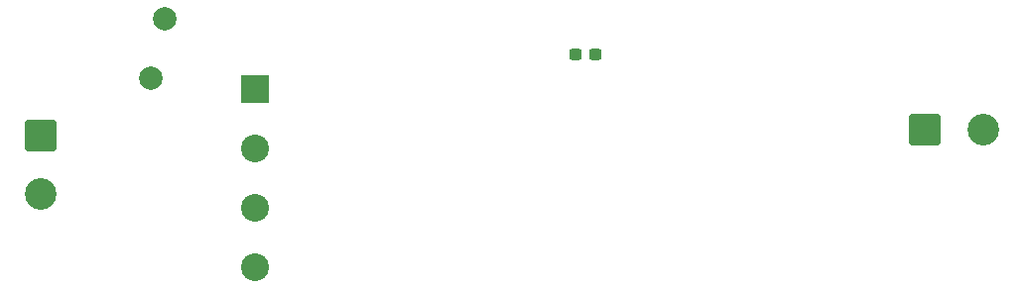
<source format=gbr>
%TF.GenerationSoftware,KiCad,Pcbnew,9.0.6*%
%TF.CreationDate,2025-11-14T16:09:11+05:30*%
%TF.ProjectId,fiveV_2A_LPS,66697665-565f-4324-915f-4c50532e6b69,rev?*%
%TF.SameCoordinates,Original*%
%TF.FileFunction,Soldermask,Bot*%
%TF.FilePolarity,Negative*%
%FSLAX46Y46*%
G04 Gerber Fmt 4.6, Leading zero omitted, Abs format (unit mm)*
G04 Created by KiCad (PCBNEW 9.0.6) date 2025-11-14 16:09:11*
%MOMM*%
%LPD*%
G01*
G04 APERTURE LIST*
G04 Aperture macros list*
%AMRoundRect*
0 Rectangle with rounded corners*
0 $1 Rounding radius*
0 $2 $3 $4 $5 $6 $7 $8 $9 X,Y pos of 4 corners*
0 Add a 4 corners polygon primitive as box body*
4,1,4,$2,$3,$4,$5,$6,$7,$8,$9,$2,$3,0*
0 Add four circle primitives for the rounded corners*
1,1,$1+$1,$2,$3*
1,1,$1+$1,$4,$5*
1,1,$1+$1,$6,$7*
1,1,$1+$1,$8,$9*
0 Add four rect primitives between the rounded corners*
20,1,$1+$1,$2,$3,$4,$5,0*
20,1,$1+$1,$4,$5,$6,$7,0*
20,1,$1+$1,$6,$7,$8,$9,0*
20,1,$1+$1,$8,$9,$2,$3,0*%
G04 Aperture macros list end*
%ADD10RoundRect,0.250001X-1.099999X1.099999X-1.099999X-1.099999X1.099999X-1.099999X1.099999X1.099999X0*%
%ADD11C,2.700000*%
%ADD12RoundRect,0.250001X-1.099999X-1.099999X1.099999X-1.099999X1.099999X1.099999X-1.099999X1.099999X0*%
%ADD13C,2.010000*%
%ADD14R,2.385000X2.385000*%
%ADD15C,2.385000*%
%ADD16RoundRect,0.237500X0.300000X0.237500X-0.300000X0.237500X-0.300000X-0.237500X0.300000X-0.237500X0*%
G04 APERTURE END LIST*
D10*
%TO.C,J1*%
X174000000Y-105500000D03*
D11*
X174000000Y-110500000D03*
%TD*%
D12*
%TO.C,J2*%
X249500000Y-105000000D03*
D11*
X254500000Y-105000000D03*
%TD*%
D13*
%TO.C,F1*%
X184600000Y-95450000D03*
X183400000Y-100550000D03*
%TD*%
D14*
%TO.C,BR1*%
X192346000Y-101500000D03*
D15*
X192346000Y-106580000D03*
X192346000Y-111660000D03*
X192346000Y-116740000D03*
%TD*%
D16*
%TO.C,C11*%
X221362500Y-98500000D03*
X219637500Y-98500000D03*
%TD*%
M02*

</source>
